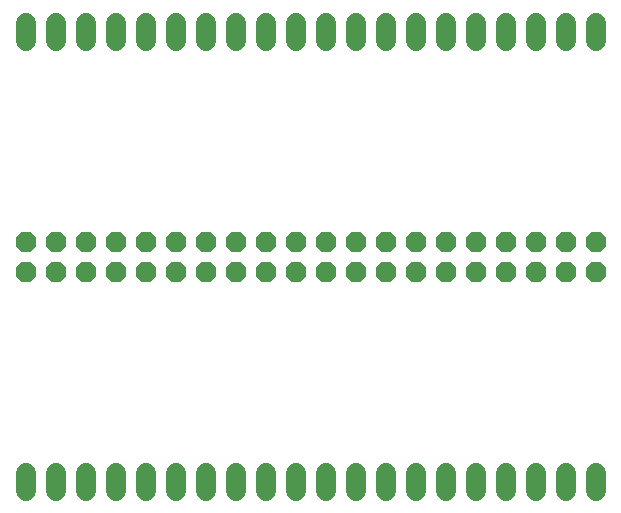
<source format=gbr>
G04 EAGLE Gerber X2 export*
%TF.Part,Single*%
%TF.FileFunction,Soldermask,Top,1*%
%TF.FilePolarity,Negative*%
%TF.GenerationSoftware,Autodesk,EAGLE,9.0.0*%
%TF.CreationDate,2018-04-25T07:48:58Z*%
G75*
%MOMM*%
%FSLAX34Y34*%
%LPD*%
%AMOC8*
5,1,8,0,0,1.08239X$1,22.5*%
G01*
%ADD10C,1.727200*%
%ADD11P,1.869504X8X22.500000*%


D10*
X139700Y55880D02*
X139700Y71120D01*
X165100Y71120D02*
X165100Y55880D01*
X190500Y55880D02*
X190500Y71120D01*
X215900Y71120D02*
X215900Y55880D01*
X241300Y55880D02*
X241300Y71120D01*
X266700Y71120D02*
X266700Y55880D01*
X292100Y55880D02*
X292100Y71120D01*
X317500Y71120D02*
X317500Y55880D01*
X342900Y55880D02*
X342900Y71120D01*
X368300Y71120D02*
X368300Y55880D01*
X393700Y55880D02*
X393700Y71120D01*
X419100Y71120D02*
X419100Y55880D01*
X444500Y55880D02*
X444500Y71120D01*
X469900Y71120D02*
X469900Y55880D01*
X495300Y55880D02*
X495300Y71120D01*
X520700Y71120D02*
X520700Y55880D01*
X546100Y55880D02*
X546100Y71120D01*
X571500Y71120D02*
X571500Y55880D01*
X596900Y55880D02*
X596900Y71120D01*
X622300Y71120D02*
X622300Y55880D01*
X139700Y436880D02*
X139700Y452120D01*
X165100Y452120D02*
X165100Y436880D01*
X190500Y436880D02*
X190500Y452120D01*
X215900Y452120D02*
X215900Y436880D01*
X241300Y436880D02*
X241300Y452120D01*
X266700Y452120D02*
X266700Y436880D01*
X292100Y436880D02*
X292100Y452120D01*
X317500Y452120D02*
X317500Y436880D01*
X342900Y436880D02*
X342900Y452120D01*
X368300Y452120D02*
X368300Y436880D01*
X393700Y436880D02*
X393700Y452120D01*
X419100Y452120D02*
X419100Y436880D01*
X444500Y436880D02*
X444500Y452120D01*
X469900Y452120D02*
X469900Y436880D01*
X495300Y436880D02*
X495300Y452120D01*
X520700Y452120D02*
X520700Y436880D01*
X546100Y436880D02*
X546100Y452120D01*
X571500Y452120D02*
X571500Y436880D01*
X596900Y436880D02*
X596900Y452120D01*
X622300Y452120D02*
X622300Y436880D01*
D11*
X139700Y241300D03*
X139700Y266700D03*
X165100Y241300D03*
X165100Y266700D03*
X190500Y241300D03*
X190500Y266700D03*
X215900Y241300D03*
X215900Y266700D03*
X241300Y241300D03*
X241300Y266700D03*
X266700Y241300D03*
X266700Y266700D03*
X292100Y241300D03*
X292100Y266700D03*
X317500Y241300D03*
X317500Y266700D03*
X342900Y241300D03*
X342900Y266700D03*
X368300Y241300D03*
X368300Y266700D03*
X393700Y241300D03*
X393700Y266700D03*
X419100Y241300D03*
X419100Y266700D03*
X444500Y241300D03*
X444500Y266700D03*
X469900Y241300D03*
X469900Y266700D03*
X495300Y241300D03*
X495300Y266700D03*
X520700Y241300D03*
X520700Y266700D03*
X546100Y241300D03*
X546100Y266700D03*
X571500Y241300D03*
X571500Y266700D03*
X596900Y241300D03*
X596900Y266700D03*
X622300Y241300D03*
X622300Y266700D03*
M02*

</source>
